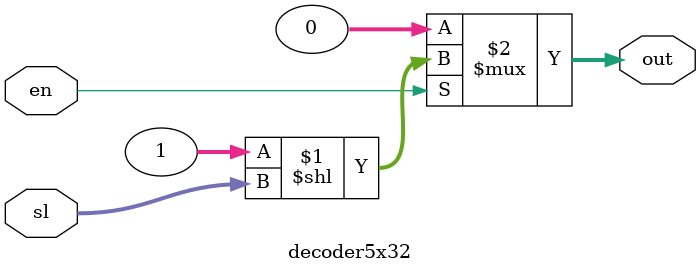
<source format=v>
/* A 5x32 decoder that can be dynamically scaled
 * to any N-bit value.
 *
 * Author: Bradley Gathers
 * Date: 2/13/2022
*/
module decoder5x32(sl, en, out);
	// I/O and Parameters
	parameter inN = 5;
	parameter outN = 32;
	input en;
	input [inN-1:0] sl;
	output wire [outN-1:0] out;
	
	/* Simple 1 line command to shift
	* output by the select ammount
	* this results in a perfect
	* Truthtable of a decoder!
	*/
	assign out = en ? (1 << sl) : 0;
endmodule
</source>
